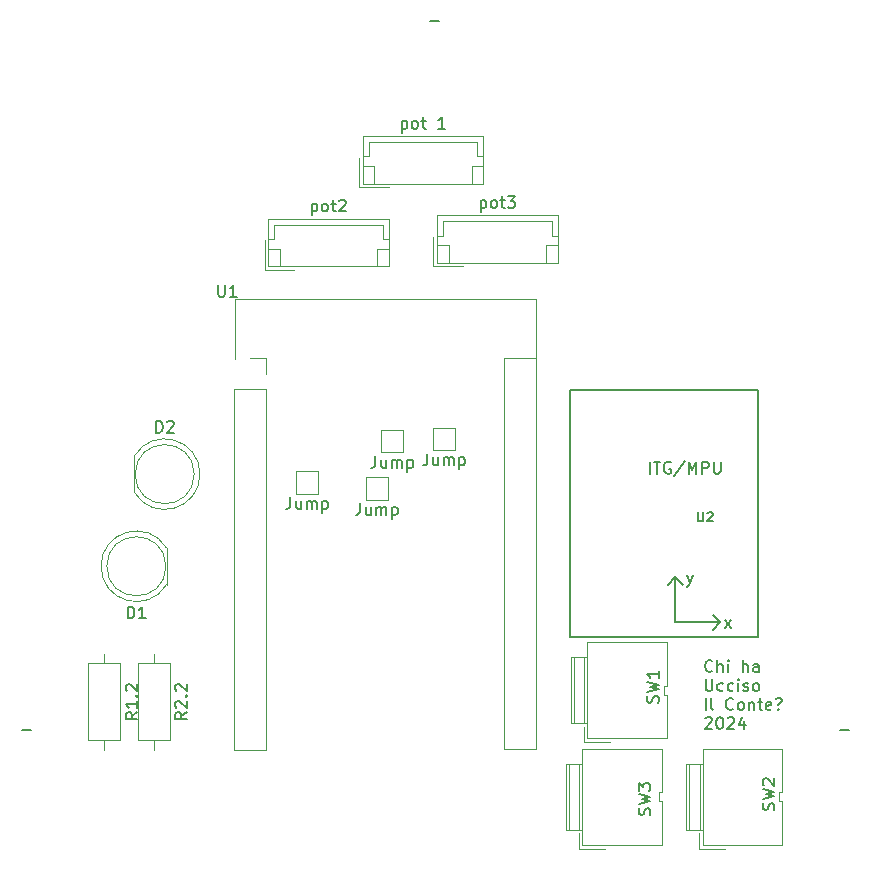
<source format=gbr>
%TF.GenerationSoftware,KiCad,Pcbnew,6.0.11-2627ca5db0~126~ubuntu20.04.1*%
%TF.CreationDate,2024-02-12T23:33:47+01:00*%
%TF.ProjectId,PCB,5043422e-6b69-4636-9164-5f7063625858,rev?*%
%TF.SameCoordinates,Original*%
%TF.FileFunction,Legend,Top*%
%TF.FilePolarity,Positive*%
%FSLAX46Y46*%
G04 Gerber Fmt 4.6, Leading zero omitted, Abs format (unit mm)*
G04 Created by KiCad (PCBNEW 6.0.11-2627ca5db0~126~ubuntu20.04.1) date 2024-02-12 23:33:47*
%MOMM*%
%LPD*%
G01*
G04 APERTURE LIST*
%ADD10C,0.150000*%
%ADD11C,0.120000*%
%ADD12C,0.127000*%
G04 APERTURE END LIST*
D10*
X99507023Y-118642142D02*
X99459404Y-118689761D01*
X99316547Y-118737380D01*
X99221309Y-118737380D01*
X99078452Y-118689761D01*
X98983214Y-118594523D01*
X98935595Y-118499285D01*
X98887976Y-118308809D01*
X98887976Y-118165952D01*
X98935595Y-117975476D01*
X98983214Y-117880238D01*
X99078452Y-117785000D01*
X99221309Y-117737380D01*
X99316547Y-117737380D01*
X99459404Y-117785000D01*
X99507023Y-117832619D01*
X99935595Y-118737380D02*
X99935595Y-117737380D01*
X100364166Y-118737380D02*
X100364166Y-118213571D01*
X100316547Y-118118333D01*
X100221309Y-118070714D01*
X100078452Y-118070714D01*
X99983214Y-118118333D01*
X99935595Y-118165952D01*
X100840357Y-118737380D02*
X100840357Y-118070714D01*
X100840357Y-117737380D02*
X100792738Y-117785000D01*
X100840357Y-117832619D01*
X100887976Y-117785000D01*
X100840357Y-117737380D01*
X100840357Y-117832619D01*
X102078452Y-118737380D02*
X102078452Y-117737380D01*
X102507023Y-118737380D02*
X102507023Y-118213571D01*
X102459404Y-118118333D01*
X102364166Y-118070714D01*
X102221309Y-118070714D01*
X102126071Y-118118333D01*
X102078452Y-118165952D01*
X103411785Y-118737380D02*
X103411785Y-118213571D01*
X103364166Y-118118333D01*
X103268928Y-118070714D01*
X103078452Y-118070714D01*
X102983214Y-118118333D01*
X103411785Y-118689761D02*
X103316547Y-118737380D01*
X103078452Y-118737380D01*
X102983214Y-118689761D01*
X102935595Y-118594523D01*
X102935595Y-118499285D01*
X102983214Y-118404047D01*
X103078452Y-118356428D01*
X103316547Y-118356428D01*
X103411785Y-118308809D01*
X98935595Y-119347380D02*
X98935595Y-120156904D01*
X98983214Y-120252142D01*
X99030833Y-120299761D01*
X99126071Y-120347380D01*
X99316547Y-120347380D01*
X99411785Y-120299761D01*
X99459404Y-120252142D01*
X99507023Y-120156904D01*
X99507023Y-119347380D01*
X100411785Y-120299761D02*
X100316547Y-120347380D01*
X100126071Y-120347380D01*
X100030833Y-120299761D01*
X99983214Y-120252142D01*
X99935595Y-120156904D01*
X99935595Y-119871190D01*
X99983214Y-119775952D01*
X100030833Y-119728333D01*
X100126071Y-119680714D01*
X100316547Y-119680714D01*
X100411785Y-119728333D01*
X101268928Y-120299761D02*
X101173690Y-120347380D01*
X100983214Y-120347380D01*
X100887976Y-120299761D01*
X100840357Y-120252142D01*
X100792738Y-120156904D01*
X100792738Y-119871190D01*
X100840357Y-119775952D01*
X100887976Y-119728333D01*
X100983214Y-119680714D01*
X101173690Y-119680714D01*
X101268928Y-119728333D01*
X101697500Y-120347380D02*
X101697500Y-119680714D01*
X101697500Y-119347380D02*
X101649880Y-119395000D01*
X101697500Y-119442619D01*
X101745119Y-119395000D01*
X101697500Y-119347380D01*
X101697500Y-119442619D01*
X102126071Y-120299761D02*
X102221309Y-120347380D01*
X102411785Y-120347380D01*
X102507023Y-120299761D01*
X102554642Y-120204523D01*
X102554642Y-120156904D01*
X102507023Y-120061666D01*
X102411785Y-120014047D01*
X102268928Y-120014047D01*
X102173690Y-119966428D01*
X102126071Y-119871190D01*
X102126071Y-119823571D01*
X102173690Y-119728333D01*
X102268928Y-119680714D01*
X102411785Y-119680714D01*
X102507023Y-119728333D01*
X103126071Y-120347380D02*
X103030833Y-120299761D01*
X102983214Y-120252142D01*
X102935595Y-120156904D01*
X102935595Y-119871190D01*
X102983214Y-119775952D01*
X103030833Y-119728333D01*
X103126071Y-119680714D01*
X103268928Y-119680714D01*
X103364166Y-119728333D01*
X103411785Y-119775952D01*
X103459404Y-119871190D01*
X103459404Y-120156904D01*
X103411785Y-120252142D01*
X103364166Y-120299761D01*
X103268928Y-120347380D01*
X103126071Y-120347380D01*
X98935595Y-121957380D02*
X98935595Y-120957380D01*
X99554642Y-121957380D02*
X99459404Y-121909761D01*
X99411785Y-121814523D01*
X99411785Y-120957380D01*
X101268928Y-121862142D02*
X101221309Y-121909761D01*
X101078452Y-121957380D01*
X100983214Y-121957380D01*
X100840357Y-121909761D01*
X100745119Y-121814523D01*
X100697500Y-121719285D01*
X100649880Y-121528809D01*
X100649880Y-121385952D01*
X100697500Y-121195476D01*
X100745119Y-121100238D01*
X100840357Y-121005000D01*
X100983214Y-120957380D01*
X101078452Y-120957380D01*
X101221309Y-121005000D01*
X101268928Y-121052619D01*
X101840357Y-121957380D02*
X101745119Y-121909761D01*
X101697500Y-121862142D01*
X101649880Y-121766904D01*
X101649880Y-121481190D01*
X101697500Y-121385952D01*
X101745119Y-121338333D01*
X101840357Y-121290714D01*
X101983214Y-121290714D01*
X102078452Y-121338333D01*
X102126071Y-121385952D01*
X102173690Y-121481190D01*
X102173690Y-121766904D01*
X102126071Y-121862142D01*
X102078452Y-121909761D01*
X101983214Y-121957380D01*
X101840357Y-121957380D01*
X102602261Y-121290714D02*
X102602261Y-121957380D01*
X102602261Y-121385952D02*
X102649880Y-121338333D01*
X102745119Y-121290714D01*
X102887976Y-121290714D01*
X102983214Y-121338333D01*
X103030833Y-121433571D01*
X103030833Y-121957380D01*
X103364166Y-121290714D02*
X103745119Y-121290714D01*
X103507023Y-120957380D02*
X103507023Y-121814523D01*
X103554642Y-121909761D01*
X103649880Y-121957380D01*
X103745119Y-121957380D01*
X104459404Y-121909761D02*
X104364166Y-121957380D01*
X104173690Y-121957380D01*
X104078452Y-121909761D01*
X104030833Y-121814523D01*
X104030833Y-121433571D01*
X104078452Y-121338333D01*
X104173690Y-121290714D01*
X104364166Y-121290714D01*
X104459404Y-121338333D01*
X104507023Y-121433571D01*
X104507023Y-121528809D01*
X104030833Y-121624047D01*
X105078452Y-121862142D02*
X105126071Y-121909761D01*
X105078452Y-121957380D01*
X105030833Y-121909761D01*
X105078452Y-121862142D01*
X105078452Y-121957380D01*
X104887976Y-121005000D02*
X104983214Y-120957380D01*
X105221309Y-120957380D01*
X105316547Y-121005000D01*
X105364166Y-121100238D01*
X105364166Y-121195476D01*
X105316547Y-121290714D01*
X105268928Y-121338333D01*
X105173690Y-121385952D01*
X105126071Y-121433571D01*
X105078452Y-121528809D01*
X105078452Y-121576428D01*
X98887976Y-122662619D02*
X98935595Y-122615000D01*
X99030833Y-122567380D01*
X99268928Y-122567380D01*
X99364166Y-122615000D01*
X99411785Y-122662619D01*
X99459404Y-122757857D01*
X99459404Y-122853095D01*
X99411785Y-122995952D01*
X98840357Y-123567380D01*
X99459404Y-123567380D01*
X100078452Y-122567380D02*
X100173690Y-122567380D01*
X100268928Y-122615000D01*
X100316547Y-122662619D01*
X100364166Y-122757857D01*
X100411785Y-122948333D01*
X100411785Y-123186428D01*
X100364166Y-123376904D01*
X100316547Y-123472142D01*
X100268928Y-123519761D01*
X100173690Y-123567380D01*
X100078452Y-123567380D01*
X99983214Y-123519761D01*
X99935595Y-123472142D01*
X99887976Y-123376904D01*
X99840357Y-123186428D01*
X99840357Y-122948333D01*
X99887976Y-122757857D01*
X99935595Y-122662619D01*
X99983214Y-122615000D01*
X100078452Y-122567380D01*
X100792738Y-122662619D02*
X100840357Y-122615000D01*
X100935595Y-122567380D01*
X101173690Y-122567380D01*
X101268928Y-122615000D01*
X101316547Y-122662619D01*
X101364166Y-122757857D01*
X101364166Y-122853095D01*
X101316547Y-122995952D01*
X100745119Y-123567380D01*
X101364166Y-123567380D01*
X102221309Y-122900714D02*
X102221309Y-123567380D01*
X101983214Y-122519761D02*
X101745119Y-123234047D01*
X102364166Y-123234047D01*
%TO.C,R2.2*%
X55022380Y-122160952D02*
X54546190Y-122494285D01*
X55022380Y-122732380D02*
X54022380Y-122732380D01*
X54022380Y-122351428D01*
X54070000Y-122256190D01*
X54117619Y-122208571D01*
X54212857Y-122160952D01*
X54355714Y-122160952D01*
X54450952Y-122208571D01*
X54498571Y-122256190D01*
X54546190Y-122351428D01*
X54546190Y-122732380D01*
X54117619Y-121780000D02*
X54070000Y-121732380D01*
X54022380Y-121637142D01*
X54022380Y-121399047D01*
X54070000Y-121303809D01*
X54117619Y-121256190D01*
X54212857Y-121208571D01*
X54308095Y-121208571D01*
X54450952Y-121256190D01*
X55022380Y-121827619D01*
X55022380Y-121208571D01*
X54927142Y-120780000D02*
X54974761Y-120732380D01*
X55022380Y-120780000D01*
X54974761Y-120827619D01*
X54927142Y-120780000D01*
X55022380Y-120780000D01*
X54117619Y-120351428D02*
X54070000Y-120303809D01*
X54022380Y-120208571D01*
X54022380Y-119970476D01*
X54070000Y-119875238D01*
X54117619Y-119827619D01*
X54212857Y-119780000D01*
X54308095Y-119780000D01*
X54450952Y-119827619D01*
X55022380Y-120399047D01*
X55022380Y-119780000D01*
%TO.C,Jump*%
X70971428Y-100452380D02*
X70971428Y-101166666D01*
X70923809Y-101309523D01*
X70828571Y-101404761D01*
X70685714Y-101452380D01*
X70590476Y-101452380D01*
X71876190Y-100785714D02*
X71876190Y-101452380D01*
X71447619Y-100785714D02*
X71447619Y-101309523D01*
X71495238Y-101404761D01*
X71590476Y-101452380D01*
X71733333Y-101452380D01*
X71828571Y-101404761D01*
X71876190Y-101357142D01*
X72352380Y-101452380D02*
X72352380Y-100785714D01*
X72352380Y-100880952D02*
X72400000Y-100833333D01*
X72495238Y-100785714D01*
X72638095Y-100785714D01*
X72733333Y-100833333D01*
X72780952Y-100928571D01*
X72780952Y-101452380D01*
X72780952Y-100928571D02*
X72828571Y-100833333D01*
X72923809Y-100785714D01*
X73066666Y-100785714D01*
X73161904Y-100833333D01*
X73209523Y-100928571D01*
X73209523Y-101452380D01*
X73685714Y-100785714D02*
X73685714Y-101785714D01*
X73685714Y-100833333D02*
X73780952Y-100785714D01*
X73971428Y-100785714D01*
X74066666Y-100833333D01*
X74114285Y-100880952D01*
X74161904Y-100976190D01*
X74161904Y-101261904D01*
X74114285Y-101357142D01*
X74066666Y-101404761D01*
X73971428Y-101452380D01*
X73780952Y-101452380D01*
X73685714Y-101404761D01*
X69671428Y-104452380D02*
X69671428Y-105166666D01*
X69623809Y-105309523D01*
X69528571Y-105404761D01*
X69385714Y-105452380D01*
X69290476Y-105452380D01*
X70576190Y-104785714D02*
X70576190Y-105452380D01*
X70147619Y-104785714D02*
X70147619Y-105309523D01*
X70195238Y-105404761D01*
X70290476Y-105452380D01*
X70433333Y-105452380D01*
X70528571Y-105404761D01*
X70576190Y-105357142D01*
X71052380Y-105452380D02*
X71052380Y-104785714D01*
X71052380Y-104880952D02*
X71100000Y-104833333D01*
X71195238Y-104785714D01*
X71338095Y-104785714D01*
X71433333Y-104833333D01*
X71480952Y-104928571D01*
X71480952Y-105452380D01*
X71480952Y-104928571D02*
X71528571Y-104833333D01*
X71623809Y-104785714D01*
X71766666Y-104785714D01*
X71861904Y-104833333D01*
X71909523Y-104928571D01*
X71909523Y-105452380D01*
X72385714Y-104785714D02*
X72385714Y-105785714D01*
X72385714Y-104833333D02*
X72480952Y-104785714D01*
X72671428Y-104785714D01*
X72766666Y-104833333D01*
X72814285Y-104880952D01*
X72861904Y-104976190D01*
X72861904Y-105261904D01*
X72814285Y-105357142D01*
X72766666Y-105404761D01*
X72671428Y-105452380D01*
X72480952Y-105452380D01*
X72385714Y-105404761D01*
%TO.C,D2*%
X52391904Y-98492380D02*
X52391904Y-97492380D01*
X52630000Y-97492380D01*
X52772857Y-97540000D01*
X52868095Y-97635238D01*
X52915714Y-97730476D01*
X52963333Y-97920952D01*
X52963333Y-98063809D01*
X52915714Y-98254285D01*
X52868095Y-98349523D01*
X52772857Y-98444761D01*
X52630000Y-98492380D01*
X52391904Y-98492380D01*
X53344285Y-97587619D02*
X53391904Y-97540000D01*
X53487142Y-97492380D01*
X53725238Y-97492380D01*
X53820476Y-97540000D01*
X53868095Y-97587619D01*
X53915714Y-97682857D01*
X53915714Y-97778095D01*
X53868095Y-97920952D01*
X53296666Y-98492380D01*
X53915714Y-98492380D01*
%TO.C,pot2*%
X65571428Y-79085714D02*
X65571428Y-80085714D01*
X65571428Y-79133333D02*
X65666666Y-79085714D01*
X65857142Y-79085714D01*
X65952380Y-79133333D01*
X66000000Y-79180952D01*
X66047619Y-79276190D01*
X66047619Y-79561904D01*
X66000000Y-79657142D01*
X65952380Y-79704761D01*
X65857142Y-79752380D01*
X65666666Y-79752380D01*
X65571428Y-79704761D01*
X66619047Y-79752380D02*
X66523809Y-79704761D01*
X66476190Y-79657142D01*
X66428571Y-79561904D01*
X66428571Y-79276190D01*
X66476190Y-79180952D01*
X66523809Y-79133333D01*
X66619047Y-79085714D01*
X66761904Y-79085714D01*
X66857142Y-79133333D01*
X66904761Y-79180952D01*
X66952380Y-79276190D01*
X66952380Y-79561904D01*
X66904761Y-79657142D01*
X66857142Y-79704761D01*
X66761904Y-79752380D01*
X66619047Y-79752380D01*
X67238095Y-79085714D02*
X67619047Y-79085714D01*
X67380952Y-78752380D02*
X67380952Y-79609523D01*
X67428571Y-79704761D01*
X67523809Y-79752380D01*
X67619047Y-79752380D01*
X67904761Y-78847619D02*
X67952380Y-78800000D01*
X68047619Y-78752380D01*
X68285714Y-78752380D01*
X68380952Y-78800000D01*
X68428571Y-78847619D01*
X68476190Y-78942857D01*
X68476190Y-79038095D01*
X68428571Y-79180952D01*
X67857142Y-79752380D01*
X68476190Y-79752380D01*
%TO.C,SW3*%
X94204761Y-130833333D02*
X94252380Y-130690476D01*
X94252380Y-130452380D01*
X94204761Y-130357142D01*
X94157142Y-130309523D01*
X94061904Y-130261904D01*
X93966666Y-130261904D01*
X93871428Y-130309523D01*
X93823809Y-130357142D01*
X93776190Y-130452380D01*
X93728571Y-130642857D01*
X93680952Y-130738095D01*
X93633333Y-130785714D01*
X93538095Y-130833333D01*
X93442857Y-130833333D01*
X93347619Y-130785714D01*
X93300000Y-130738095D01*
X93252380Y-130642857D01*
X93252380Y-130404761D01*
X93300000Y-130261904D01*
X93252380Y-129928571D02*
X94252380Y-129690476D01*
X93538095Y-129500000D01*
X94252380Y-129309523D01*
X93252380Y-129071428D01*
X93252380Y-128785714D02*
X93252380Y-128166666D01*
X93633333Y-128500000D01*
X93633333Y-128357142D01*
X93680952Y-128261904D01*
X93728571Y-128214285D01*
X93823809Y-128166666D01*
X94061904Y-128166666D01*
X94157142Y-128214285D01*
X94204761Y-128261904D01*
X94252380Y-128357142D01*
X94252380Y-128642857D01*
X94204761Y-128738095D01*
X94157142Y-128785714D01*
%TO.C,-*%
X41019047Y-123671428D02*
X41780952Y-123671428D01*
%TO.C,pot3*%
X79871428Y-78785714D02*
X79871428Y-79785714D01*
X79871428Y-78833333D02*
X79966666Y-78785714D01*
X80157142Y-78785714D01*
X80252380Y-78833333D01*
X80300000Y-78880952D01*
X80347619Y-78976190D01*
X80347619Y-79261904D01*
X80300000Y-79357142D01*
X80252380Y-79404761D01*
X80157142Y-79452380D01*
X79966666Y-79452380D01*
X79871428Y-79404761D01*
X80919047Y-79452380D02*
X80823809Y-79404761D01*
X80776190Y-79357142D01*
X80728571Y-79261904D01*
X80728571Y-78976190D01*
X80776190Y-78880952D01*
X80823809Y-78833333D01*
X80919047Y-78785714D01*
X81061904Y-78785714D01*
X81157142Y-78833333D01*
X81204761Y-78880952D01*
X81252380Y-78976190D01*
X81252380Y-79261904D01*
X81204761Y-79357142D01*
X81157142Y-79404761D01*
X81061904Y-79452380D01*
X80919047Y-79452380D01*
X81538095Y-78785714D02*
X81919047Y-78785714D01*
X81680952Y-78452380D02*
X81680952Y-79309523D01*
X81728571Y-79404761D01*
X81823809Y-79452380D01*
X81919047Y-79452380D01*
X82157142Y-78452380D02*
X82776190Y-78452380D01*
X82442857Y-78833333D01*
X82585714Y-78833333D01*
X82680952Y-78880952D01*
X82728571Y-78928571D01*
X82776190Y-79023809D01*
X82776190Y-79261904D01*
X82728571Y-79357142D01*
X82680952Y-79404761D01*
X82585714Y-79452380D01*
X82300000Y-79452380D01*
X82204761Y-79404761D01*
X82157142Y-79357142D01*
%TO.C,pot 1*%
X73190476Y-72085714D02*
X73190476Y-73085714D01*
X73190476Y-72133333D02*
X73285714Y-72085714D01*
X73476190Y-72085714D01*
X73571428Y-72133333D01*
X73619047Y-72180952D01*
X73666666Y-72276190D01*
X73666666Y-72561904D01*
X73619047Y-72657142D01*
X73571428Y-72704761D01*
X73476190Y-72752380D01*
X73285714Y-72752380D01*
X73190476Y-72704761D01*
X74238095Y-72752380D02*
X74142857Y-72704761D01*
X74095238Y-72657142D01*
X74047619Y-72561904D01*
X74047619Y-72276190D01*
X74095238Y-72180952D01*
X74142857Y-72133333D01*
X74238095Y-72085714D01*
X74380952Y-72085714D01*
X74476190Y-72133333D01*
X74523809Y-72180952D01*
X74571428Y-72276190D01*
X74571428Y-72561904D01*
X74523809Y-72657142D01*
X74476190Y-72704761D01*
X74380952Y-72752380D01*
X74238095Y-72752380D01*
X74857142Y-72085714D02*
X75238095Y-72085714D01*
X75000000Y-71752380D02*
X75000000Y-72609523D01*
X75047619Y-72704761D01*
X75142857Y-72752380D01*
X75238095Y-72752380D01*
X76857142Y-72752380D02*
X76285714Y-72752380D01*
X76571428Y-72752380D02*
X76571428Y-71752380D01*
X76476190Y-71895238D01*
X76380952Y-71990476D01*
X76285714Y-72038095D01*
%TO.C,U2*%
X98290074Y-105218803D02*
X98290074Y-105856224D01*
X98327570Y-105931215D01*
X98365065Y-105968710D01*
X98440056Y-106006205D01*
X98590037Y-106006205D01*
X98665028Y-105968710D01*
X98702523Y-105931215D01*
X98740018Y-105856224D01*
X98740018Y-105218803D01*
X99077476Y-105293794D02*
X99114972Y-105256299D01*
X99189962Y-105218803D01*
X99377439Y-105218803D01*
X99452430Y-105256299D01*
X99489925Y-105293794D01*
X99527420Y-105368785D01*
X99527420Y-105443775D01*
X99489925Y-105556261D01*
X99039981Y-106006205D01*
X99527420Y-106006205D01*
X94200000Y-101952380D02*
X94200000Y-100952380D01*
X94533333Y-100952380D02*
X95104761Y-100952380D01*
X94819047Y-101952380D02*
X94819047Y-100952380D01*
X95961904Y-101000000D02*
X95866666Y-100952380D01*
X95723809Y-100952380D01*
X95580952Y-101000000D01*
X95485714Y-101095238D01*
X95438095Y-101190476D01*
X95390476Y-101380952D01*
X95390476Y-101523809D01*
X95438095Y-101714285D01*
X95485714Y-101809523D01*
X95580952Y-101904761D01*
X95723809Y-101952380D01*
X95819047Y-101952380D01*
X95961904Y-101904761D01*
X96009523Y-101857142D01*
X96009523Y-101523809D01*
X95819047Y-101523809D01*
X97152380Y-100904761D02*
X96295238Y-102190476D01*
X97485714Y-101952380D02*
X97485714Y-100952380D01*
X97819047Y-101666666D01*
X98152380Y-100952380D01*
X98152380Y-101952380D01*
X98628571Y-101952380D02*
X98628571Y-100952380D01*
X99009523Y-100952380D01*
X99104761Y-101000000D01*
X99152380Y-101047619D01*
X99200000Y-101142857D01*
X99200000Y-101285714D01*
X99152380Y-101380952D01*
X99104761Y-101428571D01*
X99009523Y-101476190D01*
X98628571Y-101476190D01*
X99628571Y-100952380D02*
X99628571Y-101761904D01*
X99676190Y-101857142D01*
X99723809Y-101904761D01*
X99819047Y-101952380D01*
X100009523Y-101952380D01*
X100104761Y-101904761D01*
X100152380Y-101857142D01*
X100200000Y-101761904D01*
X100200000Y-100952380D01*
X97381904Y-110515714D02*
X97620000Y-111182380D01*
X97858095Y-110515714D02*
X97620000Y-111182380D01*
X97524761Y-111420476D01*
X97477142Y-111468095D01*
X97381904Y-111515714D01*
X100533095Y-114992380D02*
X101056904Y-114325714D01*
X100533095Y-114325714D02*
X101056904Y-114992380D01*
%TO.C,U1*%
X57648095Y-85972380D02*
X57648095Y-86781904D01*
X57695714Y-86877142D01*
X57743333Y-86924761D01*
X57838571Y-86972380D01*
X58029047Y-86972380D01*
X58124285Y-86924761D01*
X58171904Y-86877142D01*
X58219523Y-86781904D01*
X58219523Y-85972380D01*
X59219523Y-86972380D02*
X58648095Y-86972380D01*
X58933809Y-86972380D02*
X58933809Y-85972380D01*
X58838571Y-86115238D01*
X58743333Y-86210476D01*
X58648095Y-86258095D01*
%TO.C,D1*%
X49991904Y-114212380D02*
X49991904Y-113212380D01*
X50230000Y-113212380D01*
X50372857Y-113260000D01*
X50468095Y-113355238D01*
X50515714Y-113450476D01*
X50563333Y-113640952D01*
X50563333Y-113783809D01*
X50515714Y-113974285D01*
X50468095Y-114069523D01*
X50372857Y-114164761D01*
X50230000Y-114212380D01*
X49991904Y-114212380D01*
X51515714Y-114212380D02*
X50944285Y-114212380D01*
X51230000Y-114212380D02*
X51230000Y-113212380D01*
X51134761Y-113355238D01*
X51039523Y-113450476D01*
X50944285Y-113498095D01*
%TO.C,Jump*%
X63771428Y-103952380D02*
X63771428Y-104666666D01*
X63723809Y-104809523D01*
X63628571Y-104904761D01*
X63485714Y-104952380D01*
X63390476Y-104952380D01*
X64676190Y-104285714D02*
X64676190Y-104952380D01*
X64247619Y-104285714D02*
X64247619Y-104809523D01*
X64295238Y-104904761D01*
X64390476Y-104952380D01*
X64533333Y-104952380D01*
X64628571Y-104904761D01*
X64676190Y-104857142D01*
X65152380Y-104952380D02*
X65152380Y-104285714D01*
X65152380Y-104380952D02*
X65200000Y-104333333D01*
X65295238Y-104285714D01*
X65438095Y-104285714D01*
X65533333Y-104333333D01*
X65580952Y-104428571D01*
X65580952Y-104952380D01*
X65580952Y-104428571D02*
X65628571Y-104333333D01*
X65723809Y-104285714D01*
X65866666Y-104285714D01*
X65961904Y-104333333D01*
X66009523Y-104428571D01*
X66009523Y-104952380D01*
X66485714Y-104285714D02*
X66485714Y-105285714D01*
X66485714Y-104333333D02*
X66580952Y-104285714D01*
X66771428Y-104285714D01*
X66866666Y-104333333D01*
X66914285Y-104380952D01*
X66961904Y-104476190D01*
X66961904Y-104761904D01*
X66914285Y-104857142D01*
X66866666Y-104904761D01*
X66771428Y-104952380D01*
X66580952Y-104952380D01*
X66485714Y-104904761D01*
%TO.C,R1.2*%
X50822380Y-122160952D02*
X50346190Y-122494285D01*
X50822380Y-122732380D02*
X49822380Y-122732380D01*
X49822380Y-122351428D01*
X49870000Y-122256190D01*
X49917619Y-122208571D01*
X50012857Y-122160952D01*
X50155714Y-122160952D01*
X50250952Y-122208571D01*
X50298571Y-122256190D01*
X50346190Y-122351428D01*
X50346190Y-122732380D01*
X50822380Y-121208571D02*
X50822380Y-121780000D01*
X50822380Y-121494285D02*
X49822380Y-121494285D01*
X49965238Y-121589523D01*
X50060476Y-121684761D01*
X50108095Y-121780000D01*
X50727142Y-120780000D02*
X50774761Y-120732380D01*
X50822380Y-120780000D01*
X50774761Y-120827619D01*
X50727142Y-120780000D01*
X50822380Y-120780000D01*
X49917619Y-120351428D02*
X49870000Y-120303809D01*
X49822380Y-120208571D01*
X49822380Y-119970476D01*
X49870000Y-119875238D01*
X49917619Y-119827619D01*
X50012857Y-119780000D01*
X50108095Y-119780000D01*
X50250952Y-119827619D01*
X50822380Y-120399047D01*
X50822380Y-119780000D01*
%TO.C,-*%
X110319047Y-123671428D02*
X111080952Y-123671428D01*
%TO.C,SW1*%
X94904761Y-121333333D02*
X94952380Y-121190476D01*
X94952380Y-120952380D01*
X94904761Y-120857142D01*
X94857142Y-120809523D01*
X94761904Y-120761904D01*
X94666666Y-120761904D01*
X94571428Y-120809523D01*
X94523809Y-120857142D01*
X94476190Y-120952380D01*
X94428571Y-121142857D01*
X94380952Y-121238095D01*
X94333333Y-121285714D01*
X94238095Y-121333333D01*
X94142857Y-121333333D01*
X94047619Y-121285714D01*
X94000000Y-121238095D01*
X93952380Y-121142857D01*
X93952380Y-120904761D01*
X94000000Y-120761904D01*
X93952380Y-120428571D02*
X94952380Y-120190476D01*
X94238095Y-120000000D01*
X94952380Y-119809523D01*
X93952380Y-119571428D01*
X94952380Y-118666666D02*
X94952380Y-119238095D01*
X94952380Y-118952380D02*
X93952380Y-118952380D01*
X94095238Y-119047619D01*
X94190476Y-119142857D01*
X94238095Y-119238095D01*
%TO.C,-*%
X75619047Y-63671428D02*
X76380952Y-63671428D01*
%TO.C,Jump*%
X75371428Y-100252380D02*
X75371428Y-100966666D01*
X75323809Y-101109523D01*
X75228571Y-101204761D01*
X75085714Y-101252380D01*
X74990476Y-101252380D01*
X76276190Y-100585714D02*
X76276190Y-101252380D01*
X75847619Y-100585714D02*
X75847619Y-101109523D01*
X75895238Y-101204761D01*
X75990476Y-101252380D01*
X76133333Y-101252380D01*
X76228571Y-101204761D01*
X76276190Y-101157142D01*
X76752380Y-101252380D02*
X76752380Y-100585714D01*
X76752380Y-100680952D02*
X76800000Y-100633333D01*
X76895238Y-100585714D01*
X77038095Y-100585714D01*
X77133333Y-100633333D01*
X77180952Y-100728571D01*
X77180952Y-101252380D01*
X77180952Y-100728571D02*
X77228571Y-100633333D01*
X77323809Y-100585714D01*
X77466666Y-100585714D01*
X77561904Y-100633333D01*
X77609523Y-100728571D01*
X77609523Y-101252380D01*
X78085714Y-100585714D02*
X78085714Y-101585714D01*
X78085714Y-100633333D02*
X78180952Y-100585714D01*
X78371428Y-100585714D01*
X78466666Y-100633333D01*
X78514285Y-100680952D01*
X78561904Y-100776190D01*
X78561904Y-101061904D01*
X78514285Y-101157142D01*
X78466666Y-101204761D01*
X78371428Y-101252380D01*
X78180952Y-101252380D01*
X78085714Y-101204761D01*
%TO.C,SW2*%
X104704761Y-130433333D02*
X104752380Y-130290476D01*
X104752380Y-130052380D01*
X104704761Y-129957142D01*
X104657142Y-129909523D01*
X104561904Y-129861904D01*
X104466666Y-129861904D01*
X104371428Y-129909523D01*
X104323809Y-129957142D01*
X104276190Y-130052380D01*
X104228571Y-130242857D01*
X104180952Y-130338095D01*
X104133333Y-130385714D01*
X104038095Y-130433333D01*
X103942857Y-130433333D01*
X103847619Y-130385714D01*
X103800000Y-130338095D01*
X103752380Y-130242857D01*
X103752380Y-130004761D01*
X103800000Y-129861904D01*
X103752380Y-129528571D02*
X104752380Y-129290476D01*
X104038095Y-129100000D01*
X104752380Y-128909523D01*
X103752380Y-128671428D01*
X103847619Y-128338095D02*
X103800000Y-128290476D01*
X103752380Y-128195238D01*
X103752380Y-127957142D01*
X103800000Y-127861904D01*
X103847619Y-127814285D01*
X103942857Y-127766666D01*
X104038095Y-127766666D01*
X104180952Y-127814285D01*
X104752380Y-128385714D01*
X104752380Y-127766666D01*
D11*
%TO.C,R2.2*%
X52200000Y-117240000D02*
X52200000Y-118010000D01*
X50830000Y-118010000D02*
X50830000Y-124550000D01*
X53570000Y-118010000D02*
X50830000Y-118010000D01*
X50830000Y-124550000D02*
X53570000Y-124550000D01*
X52200000Y-125320000D02*
X52200000Y-124550000D01*
X53570000Y-124550000D02*
X53570000Y-118010000D01*
%TO.C,Jump*%
X73300000Y-100150000D02*
X73300000Y-98300000D01*
X71450000Y-98250000D02*
X71450000Y-100150000D01*
X73300000Y-98250000D02*
X71450000Y-98250000D01*
X71450000Y-100150000D02*
X73300000Y-100150000D01*
X73300000Y-98300000D02*
X73300000Y-98250000D01*
X72000000Y-102250000D02*
X70150000Y-102250000D01*
X70150000Y-104150000D02*
X72000000Y-104150000D01*
X70150000Y-102250000D02*
X70150000Y-104150000D01*
X72000000Y-104150000D02*
X72000000Y-102300000D01*
X72000000Y-102300000D02*
X72000000Y-102250000D01*
%TO.C,D2*%
X50570000Y-100455000D02*
X50570000Y-103545000D01*
X50570000Y-103544830D02*
G75*
G03*
X56120000Y-101999538I2560000J1544830D01*
G01*
X56120000Y-102000462D02*
G75*
G03*
X50570000Y-100455170I-2990000J462D01*
G01*
X55630000Y-102000000D02*
G75*
G03*
X55630000Y-102000000I-2500000J0D01*
G01*
%TO.C,pot2*%
X72110000Y-84410000D02*
X72110000Y-80390000D01*
X72110000Y-82910000D02*
X71110000Y-82910000D01*
X61590000Y-82210000D02*
X61590000Y-84710000D01*
X61590000Y-84710000D02*
X64090000Y-84710000D01*
X61890000Y-82100000D02*
X62390000Y-82100000D01*
X62390000Y-82100000D02*
X62390000Y-80890000D01*
X72110000Y-80390000D02*
X61890000Y-80390000D01*
X61890000Y-80390000D02*
X61890000Y-84410000D01*
X62390000Y-80890000D02*
X71610000Y-80890000D01*
X61890000Y-84410000D02*
X72110000Y-84410000D01*
X61890000Y-82910000D02*
X62890000Y-82910000D01*
X62890000Y-82910000D02*
X62890000Y-84410000D01*
X71610000Y-80890000D02*
X71610000Y-82100000D01*
X71610000Y-82100000D02*
X72110000Y-82100000D01*
X71110000Y-82910000D02*
X71110000Y-84410000D01*
%TO.C,SW3*%
X88490000Y-125230000D02*
X90400000Y-125230000D01*
X88490000Y-132090000D02*
X87100000Y-132090000D01*
X95230000Y-128910000D02*
X95230000Y-125230000D01*
X87100000Y-132090000D02*
X87100000Y-126500000D01*
X88200000Y-133700000D02*
X90400000Y-133700000D01*
X95230000Y-125230000D02*
X90400000Y-125230000D01*
X88490000Y-133360000D02*
X88490000Y-125230000D01*
X88490000Y-133360000D02*
X90400000Y-133360000D01*
X88490000Y-126500000D02*
X87100000Y-126500000D01*
X88200000Y-132400000D02*
X88200000Y-133700000D01*
X94970000Y-128910000D02*
X95230000Y-128910000D01*
X94970000Y-129680000D02*
X94970000Y-128910000D01*
X87350000Y-132090000D02*
X87350000Y-126500000D01*
X95230000Y-129680000D02*
X95230000Y-133360000D01*
X95230000Y-129680000D02*
X94970000Y-129680000D01*
X90400000Y-133360000D02*
X95230000Y-133360000D01*
X88240000Y-132090000D02*
X88240000Y-126500000D01*
%TO.C,pot3*%
X75890000Y-81910000D02*
X75890000Y-84410000D01*
X85910000Y-80590000D02*
X85910000Y-81800000D01*
X85910000Y-81800000D02*
X86410000Y-81800000D01*
X77190000Y-82610000D02*
X77190000Y-84110000D01*
X86410000Y-82610000D02*
X85410000Y-82610000D01*
X76690000Y-80590000D02*
X85910000Y-80590000D01*
X76190000Y-82610000D02*
X77190000Y-82610000D01*
X86410000Y-80090000D02*
X76190000Y-80090000D01*
X76190000Y-84110000D02*
X86410000Y-84110000D01*
X85410000Y-82610000D02*
X85410000Y-84110000D01*
X76190000Y-81800000D02*
X76690000Y-81800000D01*
X76690000Y-81800000D02*
X76690000Y-80590000D01*
X75890000Y-84410000D02*
X78390000Y-84410000D01*
X76190000Y-80090000D02*
X76190000Y-84110000D01*
X86410000Y-84110000D02*
X86410000Y-80090000D01*
%TO.C,pot 1*%
X80110000Y-77410000D02*
X80110000Y-73390000D01*
X80110000Y-75910000D02*
X79110000Y-75910000D01*
X69890000Y-75100000D02*
X70390000Y-75100000D01*
X79110000Y-75910000D02*
X79110000Y-77410000D01*
X69590000Y-77710000D02*
X72090000Y-77710000D01*
X70390000Y-73890000D02*
X79610000Y-73890000D01*
X79610000Y-75100000D02*
X80110000Y-75100000D01*
X79610000Y-73890000D02*
X79610000Y-75100000D01*
X70390000Y-75100000D02*
X70390000Y-73890000D01*
X69890000Y-73390000D02*
X69890000Y-77410000D01*
X70890000Y-75910000D02*
X70890000Y-77410000D01*
X69590000Y-75210000D02*
X69590000Y-77710000D01*
X69890000Y-77410000D02*
X80110000Y-77410000D01*
X80110000Y-73390000D02*
X69890000Y-73390000D01*
X69890000Y-75910000D02*
X70890000Y-75910000D01*
D12*
%TO.C,U2*%
X87460000Y-115810000D02*
X87460000Y-94855000D01*
X87460000Y-94855000D02*
X103335000Y-94855000D01*
X96350000Y-114540000D02*
X100160000Y-114540000D01*
X96350000Y-110730000D02*
X95715000Y-111365000D01*
X103335000Y-94855000D02*
X103335000Y-115810000D01*
X96350000Y-110730000D02*
X96985000Y-111365000D01*
X100160000Y-114540000D02*
X99525000Y-115175000D01*
X100160000Y-114540000D02*
X99525000Y-113905000D01*
X96350000Y-114540000D02*
X96350000Y-110730000D01*
X103335000Y-115810000D02*
X87460000Y-115810000D01*
D11*
%TO.C,U1*%
X81870000Y-125270000D02*
X81870000Y-92190000D01*
X84530000Y-92190000D02*
X84530000Y-87180000D01*
X61670000Y-92190000D02*
X61670000Y-93520000D01*
X61670000Y-94790000D02*
X61670000Y-125330000D01*
X84530000Y-125270000D02*
X81870000Y-125270000D01*
X59070000Y-87170000D02*
X84530000Y-87170000D01*
X59070000Y-92250000D02*
X59070000Y-87170000D01*
X59010000Y-94790000D02*
X61670000Y-94790000D01*
X60340000Y-92190000D02*
X61670000Y-92190000D01*
X84530000Y-125270000D02*
X84530000Y-92190000D01*
X59010000Y-94790000D02*
X59010000Y-125330000D01*
X84530000Y-92190000D02*
X81870000Y-92190000D01*
X59010000Y-125330000D02*
X61670000Y-125330000D01*
%TO.C,D1*%
X53290000Y-111345000D02*
X53290000Y-108255000D01*
X53290000Y-108255170D02*
G75*
G03*
X47740000Y-109800462I-2560000J-1544830D01*
G01*
X47740000Y-109799538D02*
G75*
G03*
X53290000Y-111344830I2990000J-462D01*
G01*
X53230000Y-109800000D02*
G75*
G03*
X53230000Y-109800000I-2500000J0D01*
G01*
%TO.C,Jump*%
X66100000Y-101800000D02*
X66100000Y-101750000D01*
X64250000Y-103650000D02*
X66100000Y-103650000D01*
X66100000Y-103650000D02*
X66100000Y-101800000D01*
X64250000Y-101750000D02*
X64250000Y-103650000D01*
X66100000Y-101750000D02*
X64250000Y-101750000D01*
%TO.C,R1.2*%
X49370000Y-124550000D02*
X49370000Y-118010000D01*
X46630000Y-124550000D02*
X49370000Y-124550000D01*
X48000000Y-125320000D02*
X48000000Y-124550000D01*
X48000000Y-117240000D02*
X48000000Y-118010000D01*
X49370000Y-118010000D02*
X46630000Y-118010000D01*
X46630000Y-118010000D02*
X46630000Y-124550000D01*
%TO.C,SW1*%
X88890000Y-124360000D02*
X90800000Y-124360000D01*
X95630000Y-116230000D02*
X90800000Y-116230000D01*
X87500000Y-123090000D02*
X87500000Y-117500000D01*
X95370000Y-120680000D02*
X95370000Y-119910000D01*
X95630000Y-119910000D02*
X95630000Y-116230000D01*
X88640000Y-123090000D02*
X88640000Y-117500000D01*
X95370000Y-119910000D02*
X95630000Y-119910000D01*
X88890000Y-124360000D02*
X88890000Y-116230000D01*
X90800000Y-124360000D02*
X95630000Y-124360000D01*
X95630000Y-120680000D02*
X95630000Y-124360000D01*
X88600000Y-124700000D02*
X90800000Y-124700000D01*
X88890000Y-123090000D02*
X87500000Y-123090000D01*
X95630000Y-120680000D02*
X95370000Y-120680000D01*
X88600000Y-123400000D02*
X88600000Y-124700000D01*
X88890000Y-116230000D02*
X90800000Y-116230000D01*
X87750000Y-123090000D02*
X87750000Y-117500000D01*
X88890000Y-117500000D02*
X87500000Y-117500000D01*
%TO.C,Jump*%
X75850000Y-99950000D02*
X77700000Y-99950000D01*
X75850000Y-98050000D02*
X75850000Y-99950000D01*
X77700000Y-98050000D02*
X75850000Y-98050000D01*
X77700000Y-98100000D02*
X77700000Y-98050000D01*
X77700000Y-99950000D02*
X77700000Y-98100000D01*
%TO.C,SW2*%
X98440000Y-132090000D02*
X98440000Y-126500000D01*
X98690000Y-133360000D02*
X98690000Y-125230000D01*
X105430000Y-125230000D02*
X100600000Y-125230000D01*
X97550000Y-132090000D02*
X97550000Y-126500000D01*
X97300000Y-132090000D02*
X97300000Y-126500000D01*
X98690000Y-126500000D02*
X97300000Y-126500000D01*
X105430000Y-129680000D02*
X105430000Y-133360000D01*
X105170000Y-129680000D02*
X105170000Y-128910000D01*
X98400000Y-132400000D02*
X98400000Y-133700000D01*
X98690000Y-125230000D02*
X100600000Y-125230000D01*
X98690000Y-132090000D02*
X97300000Y-132090000D01*
X98690000Y-133360000D02*
X100600000Y-133360000D01*
X100600000Y-133360000D02*
X105430000Y-133360000D01*
X98400000Y-133700000D02*
X100600000Y-133700000D01*
X105430000Y-128910000D02*
X105430000Y-125230000D01*
X105170000Y-128910000D02*
X105430000Y-128910000D01*
X105430000Y-129680000D02*
X105170000Y-129680000D01*
%TD*%
M02*

</source>
